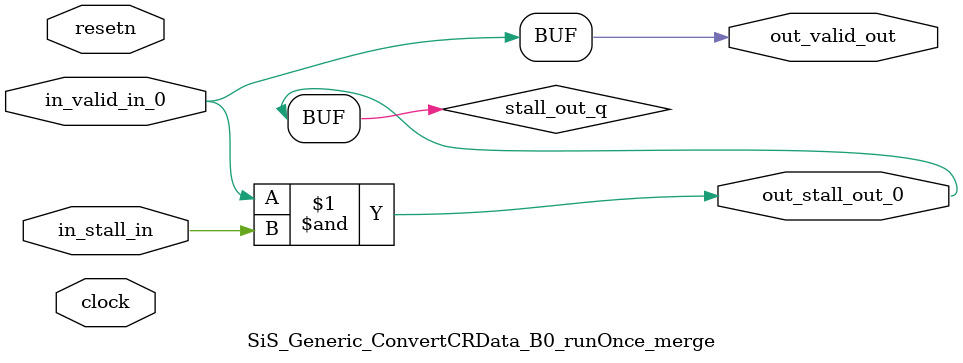
<source format=sv>



(* altera_attribute = "-name AUTO_SHIFT_REGISTER_RECOGNITION OFF; -name MESSAGE_DISABLE 10036; -name MESSAGE_DISABLE 10037; -name MESSAGE_DISABLE 14130; -name MESSAGE_DISABLE 14320; -name MESSAGE_DISABLE 15400; -name MESSAGE_DISABLE 14130; -name MESSAGE_DISABLE 10036; -name MESSAGE_DISABLE 12020; -name MESSAGE_DISABLE 12030; -name MESSAGE_DISABLE 12010; -name MESSAGE_DISABLE 12110; -name MESSAGE_DISABLE 14320; -name MESSAGE_DISABLE 13410; -name MESSAGE_DISABLE 113007; -name MESSAGE_DISABLE 10958" *)
module SiS_Generic_ConvertCRData_B0_runOnce_merge (
    input wire [0:0] in_stall_in,
    input wire [0:0] in_valid_in_0,
    output wire [0:0] out_stall_out_0,
    output wire [0:0] out_valid_out,
    input wire clock,
    input wire resetn
    );

    wire [0:0] stall_out_q;


    // stall_out(LOGICAL,6)
    assign stall_out_q = in_valid_in_0 & in_stall_in;

    // out_stall_out_0(GPOUT,4)
    assign out_stall_out_0 = stall_out_q;

    // out_valid_out(GPOUT,5)
    assign out_valid_out = in_valid_in_0;

endmodule

</source>
